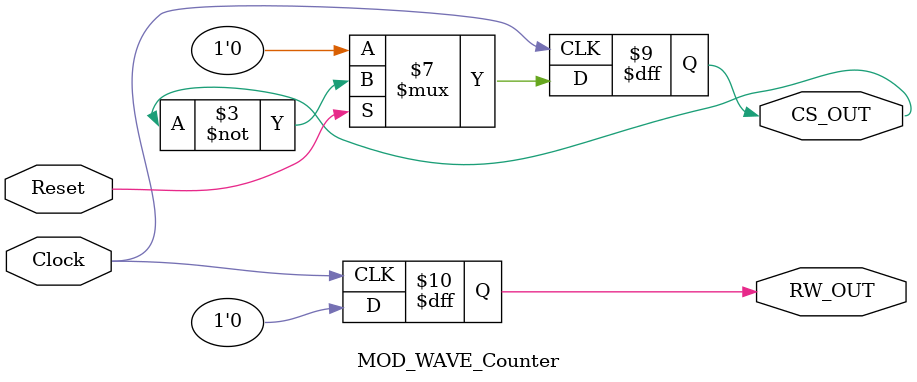
<source format=v>
`timescale	1ns/1ps

module	MOD_WAVE_Counter(CS_OUT, RW_OUT, Clock, Reset)	;

output	CS_OUT, RW_OUT	;
reg	CS_OUT, RW_OUT	;


input	Clock, Reset	;
wire	Clock, Reset	;


always	@(posedge	Clock)
	begin
		if ( Reset == 1'b1 )
			begin
				CS_OUT <= ~CS_OUT	;
				RW_OUT <= 1'b0	;
			end
		else
			begin
				CS_OUT <= 1'b0	;
				RW_OUT <= 1'b0	;
			end
	end

endmodule


</source>
